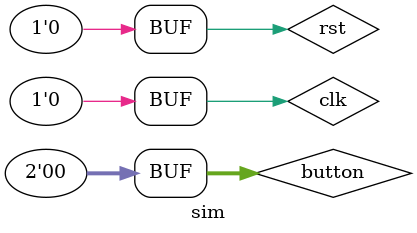
<source format=v>
`timescale 1ns / 1ps


module sim;
    // Inputs
    reg rst;
    reg clk;
    reg [1:0] button;
    // Outputs
    wire [31:0] led;
    R_I_TOP uut(
        .rst(rst),
        .clk(clk),
        .button(button),
        .LED(led)
    );
    initial begin
        // Initialize Inputs
		rst = 0;
        clk = 0;
        button = 0;
        
		// Wait 100 ns for global reset to finish
		#100;

        #20
        clk = 1;
        #20
        clk = 0;
        #20
        clk = 1;
        #20
        clk = 0;
        #20
        clk = 1;
        #20
        clk = 0;
        #20
        clk = 1;
        #20
        clk = 0;
        #20
        clk = 1;
        #20
        clk = 0;
        #20
        clk = 1;
        #20
        clk = 0;
        #20
        clk = 1;
        #20
        clk = 0;
        #20
        clk = 1;
        #20
        clk = 0;
        #20
        clk = 1;
        #20
        clk = 0;
        #20
        clk = 1;
        #20
        clk = 0;
        #20
        clk = 1;
        #20
        clk = 0;
        #20
        clk = 1;
        #20
        clk = 0;
        #20
        clk = 1;
        #20
        clk = 0;
        #20
        clk = 1;
        #20
        clk = 0;
        #20
        clk = 1;
        #20
        clk = 0;
        #20
        clk = 1;
        #20
        clk = 0;
        #20
        clk = 1;
        #20
        clk = 0;
        #20
        clk = 1;
        #20
        clk = 0;
        #20
        clk = 1;
        #20
        clk = 0;
        #20
        clk = 1;
        #20
        clk = 0;
        #20
        clk = 1;
        #20
        clk = 0;
        #20
        clk = 1;
        #20
        clk = 0;
        #20
        clk = 1;
        #20
        clk = 0;
        #20
        clk = 1;
        #20
        clk = 0;
        #20
        clk = 1;
        #20
        clk = 0;
        #20
        clk = 1;
        #20
        clk = 0;
        #20
        clk = 1;
        #20
        clk = 0;
        #20
        clk = 1;
        #20
        clk = 0;
        #20
        clk = 1;
        #20
        clk = 0;
        #20
        clk = 1;
        #20
        clk = 0;
        #20
        clk = 1;
        #20
        clk = 0;
        #20
        clk = 1;
        #20
        clk = 0;
        #20
        clk = 1;
        #20
        clk = 0;
        #20
        clk = 1;
        #20
        clk = 0;
        #20
        clk = 1;
        #20
        clk = 0;
        #20
        clk = 1;
        #20
        clk = 0;


    end
endmodule

</source>
